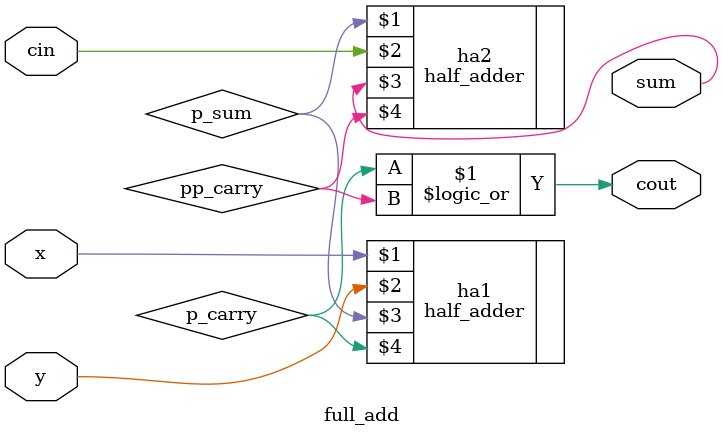
<source format=v>
`timescale 1ns / 1ps
module full_add(
    input x,
    input y,
    input cin,
    output sum,
    output cout
    );
wire p_sum;
wire p_carry;
wire pp_carry;
half_adder ha1(x,y,p_sum,p_carry);
half_adder ha2(p_sum,cin,sum,pp_carry);
assign cout=p_carry||pp_carry;

endmodule
</source>
